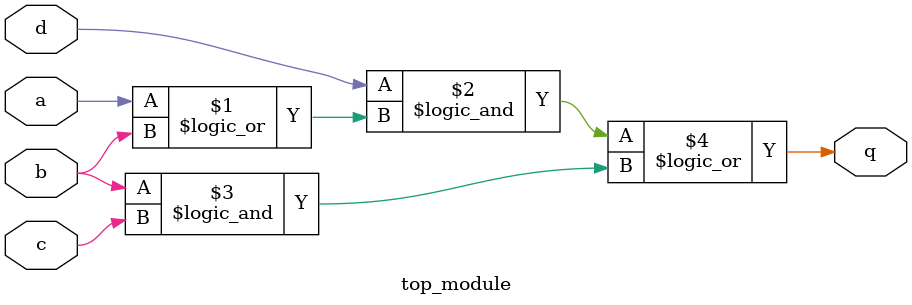
<source format=sv>
module top_module (
    input a, 
    input b, 
    input c, 
    input d,
    output q
);

assign q = (d && (a || b)) || (b && c);

endmodule

</source>
